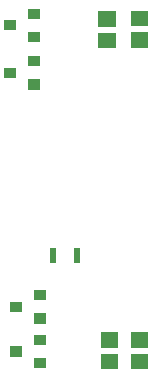
<source format=gbr>
G04 start of page 10 for group -4015 idx -4015 *
G04 Title: (unknown), toppaste *
G04 Creator: pcb 20091103 *
G04 CreationDate: Mon 21 Mar 2011 07:49:43 AM GMT UTC *
G04 For: gjhurlbu *
G04 Format: Gerber/RS-274X *
G04 PCB-Dimensions: 600000 500000 *
G04 PCB-Coordinate-Origin: lower left *
%MOIN*%
%FSLAX25Y25*%
%LNFRONTPASTE*%
%ADD15R,0.0340X0.0340*%
%ADD16R,0.0512X0.0512*%
%ADD17R,0.0200X0.0200*%
G54D15*X149000Y300300D02*X149600D01*
X149000Y308100D02*X149600D01*
X140800Y304200D02*X141400D01*
X149000Y315200D02*X149600D01*
X149000Y323000D02*X149600D01*
X140800Y319100D02*X141400D01*
X147000Y393200D02*X147600D01*
X147000Y401000D02*X147600D01*
X138800Y397100D02*X139400D01*
X147000Y409000D02*X147600D01*
X147000Y416800D02*X147600D01*
X138800Y412900D02*X139400D01*
G54D17*X161400Y337700D02*Y334600D01*
X153600Y337700D02*Y334600D01*
G54D16*X171214Y407914D02*X172000D01*
X171214Y415000D02*X172000D01*
X182000Y308000D02*X182786D01*
X182000Y300914D02*X182786D01*
X172000Y308000D02*X172786D01*
X172000Y300914D02*X172786D01*
X182000Y408000D02*X182786D01*
X182000Y415086D02*X182786D01*
M02*

</source>
